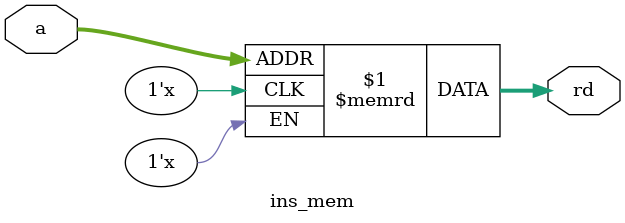
<source format=v>
`timescale 1ns / 1ps
module ins_mem(a,rd);
input [31:0]a;
output [31:0]rd;
reg [31:0] mem [63:0];
assign rd = mem[a];
endmodule

</source>
